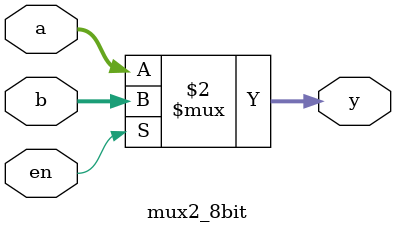
<source format=v>
module mux2_8bit(en,a,b,y);//2-to-1 mux 8bits
//set input output
	input en;
	input [7:0]a,b;
	output [7:0]y;
	//assign y
	assign y=((en==1'b0)?a:b);
endmodule

</source>
